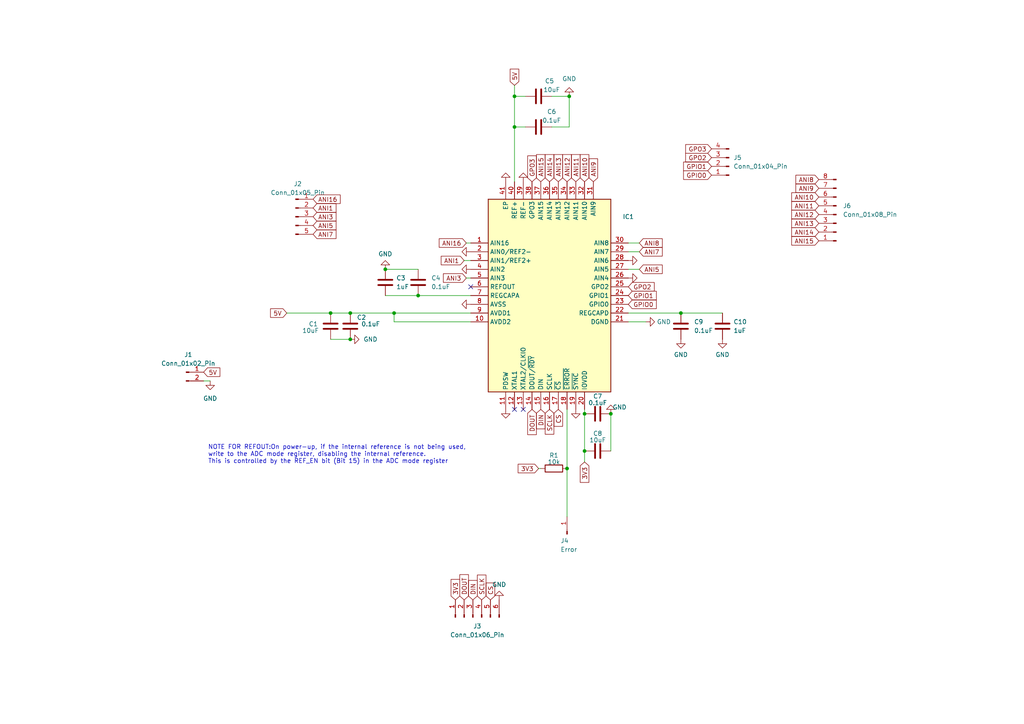
<source format=kicad_sch>
(kicad_sch (version 20230121) (generator eeschema)
  (paper "A4")
  (lib_symbols
    (symbol "21xt_symbols:AD7175-8BCPZ-RL7"
      (property "Reference" "IC" (at 41.91 17.78 0))
      (property "Value" "AD7175-8BCPZ-RL7" (at 41.91 15.24 0))
      (symbol "AD7175-8BCPZ-RL7_1_1"
        (rectangle (start 5.08 12.7) (end 40.64 -43.18) (stroke (width 0.254)) (fill (type background)))
        (pin passive line (at 0 0 0) (length 5.08) (name "AIN16") (number "1"))
        (pin passive line (at 0 -22.86 0) (length 5.08) (name "AVDD2") (number "10"))
        (pin passive line (at 10.16 -48.26 90) (length 5.08) (name "PDSW") (number "11"))
        (pin passive line (at 12.7 -48.26 90) (length 5.08) (name "XTAL1") (number "12"))
        (pin passive line (at 15.24 -48.26 90) (length 5.08) (name "XTAL2/CLKIO") (number "13"))
        (pin passive line (at 17.78 -48.26 90) (length 5.08) (name "DOUT/~{RDY}") (number "14"))
        (pin passive line (at 20.32 -48.26 90) (length 5.08) (name "DIN") (number "15"))
        (pin passive line (at 22.86 -48.26 90) (length 5.08) (name "SCLK") (number "16"))
        (pin passive line (at 25.4 -48.26 90) (length 5.08) (name "~{CS}") (number "17"))
        (pin passive line (at 27.94 -48.26 90) (length 5.08) (name "~{ERROR}") (number "18"))
        (pin passive line (at 30.48 -48.26 90) (length 5.08) (name "~{SYNC}") (number "19"))
        (pin passive line (at 0 -2.54 0) (length 5.08) (name "AIN0/REF2-") (number "2"))
        (pin passive line (at 33.02 -48.26 90) (length 5.08) (name "IOVDD") (number "20"))
        (pin passive line (at 45.72 -22.86 180) (length 5.08) (name "DGND") (number "21"))
        (pin passive line (at 45.72 -20.32 180) (length 5.08) (name "REGCAPD") (number "22"))
        (pin passive line (at 45.72 -17.78 180) (length 5.08) (name "GPIO0") (number "23"))
        (pin passive line (at 45.72 -15.24 180) (length 5.08) (name "GPIO1") (number "24"))
        (pin passive line (at 45.72 -12.7 180) (length 5.08) (name "GPO2") (number "25"))
        (pin passive line (at 45.72 -10.16 180) (length 5.08) (name "AIN4") (number "26"))
        (pin passive line (at 45.72 -7.62 180) (length 5.08) (name "AIN5") (number "27"))
        (pin passive line (at 45.72 -5.08 180) (length 5.08) (name "AIN6") (number "28"))
        (pin passive line (at 45.72 -2.54 180) (length 5.08) (name "AIN7") (number "29"))
        (pin passive line (at 0 -5.08 0) (length 5.08) (name "AIN1/REF2+") (number "3"))
        (pin passive line (at 45.72 0 180) (length 5.08) (name "AIN8") (number "30"))
        (pin passive line (at 35.56 17.78 270) (length 5.08) (name "AIN9") (number "31"))
        (pin passive line (at 33.02 17.78 270) (length 5.08) (name "AIN10") (number "32"))
        (pin passive line (at 30.48 17.78 270) (length 5.08) (name "AIN11") (number "33"))
        (pin passive line (at 27.94 17.78 270) (length 5.08) (name "AIN12") (number "34"))
        (pin passive line (at 25.4 17.78 270) (length 5.08) (name "AIN13") (number "35"))
        (pin passive line (at 22.86 17.78 270) (length 5.08) (name "AIN14") (number "36"))
        (pin passive line (at 20.32 17.78 270) (length 5.08) (name "AIN15") (number "37"))
        (pin passive line (at 17.78 17.78 270) (length 5.08) (name "GPO3") (number "38"))
        (pin passive line (at 15.24 17.78 270) (length 5.08) (name "REF-") (number "39"))
        (pin passive line (at 0 -7.62 0) (length 5.08) (name "AIN2") (number "4"))
        (pin passive line (at 12.7 17.78 270) (length 5.08) (name "REF+") (number "40"))
        (pin passive line (at 10.16 17.78 270) (length 5.08) (name "EP") (number "41"))
        (pin passive line (at 0 -10.16 0) (length 5.08) (name "AIN3") (number "5"))
        (pin passive line (at 0 -12.7 0) (length 5.08) (name "REFOUT") (number "6"))
        (pin passive line (at 0 -15.24 0) (length 5.08) (name "REGCAPA") (number "7"))
        (pin passive line (at 0 -17.78 0) (length 5.08) (name "AVSS") (number "8"))
        (pin passive line (at 0 -20.32 0) (length 5.08) (name "AVDD1") (number "9"))
      )
    )
    (symbol "Connector:Conn_01x01_Pin" (pin_names (offset 1.016) hide)
      (property "Reference" "J" (at 0 2.54 0))
      (property "Value" "Conn_01x01_Pin" (at 0 -2.54 0))
      (symbol "Conn_01x01_Pin_1_1"
        (polyline (pts (xy 1.27 0) (xy 0.8636 0)) (stroke (width 0.1524)))
        (rectangle (start 0.8636 0.127) (end 0 -0.127) (stroke (width 0.1524)) (fill (type outline)))
        (pin passive line (at 5.08 0 180) (length 3.81) (name "Pin_1") (number "1"))
      )
    )
    (symbol "Connector:Conn_01x02_Pin" (pin_names (offset 1.016) hide)
      (property "Reference" "J" (at 0 2.54 0))
      (property "Value" "Conn_01x02_Pin" (at 0 -5.08 0))
      (symbol "Conn_01x02_Pin_1_1"
        (polyline (pts (xy 1.27 -2.54) (xy 0.8636 -2.54)) (stroke (width 0.1524)))
        (polyline (pts (xy 1.27 0) (xy 0.8636 0)) (stroke (width 0.1524)))
        (rectangle (start 0.8636 -2.413) (end 0 -2.667) (stroke (width 0.1524)) (fill (type outline)))
        (rectangle (start 0.8636 0.127) (end 0 -0.127) (stroke (width 0.1524)) (fill (type outline)))
        (pin passive line (at 5.08 0 180) (length 3.81) (name "Pin_1") (number "1"))
        (pin passive line (at 5.08 -2.54 180) (length 3.81) (name "Pin_2") (number "2"))
      )
    )
    (symbol "Connector:Conn_01x04_Pin" (pin_names (offset 1.016) hide)
      (property "Reference" "J" (at 0 5.08 0))
      (property "Value" "Conn_01x04_Pin" (at 0 -7.62 0))
      (symbol "Conn_01x04_Pin_1_1"
        (polyline (pts (xy 1.27 -5.08) (xy 0.8636 -5.08)) (stroke (width 0.1524)))
        (polyline (pts (xy 1.27 -2.54) (xy 0.8636 -2.54)) (stroke (width 0.1524)))
        (polyline (pts (xy 1.27 0) (xy 0.8636 0)) (stroke (width 0.1524)))
        (polyline (pts (xy 1.27 2.54) (xy 0.8636 2.54)) (stroke (width 0.1524)))
        (rectangle (start 0.8636 -4.953) (end 0 -5.207) (stroke (width 0.1524)) (fill (type outline)))
        (rectangle (start 0.8636 -2.413) (end 0 -2.667) (stroke (width 0.1524)) (fill (type outline)))
        (rectangle (start 0.8636 0.127) (end 0 -0.127) (stroke (width 0.1524)) (fill (type outline)))
        (rectangle (start 0.8636 2.667) (end 0 2.413) (stroke (width 0.1524)) (fill (type outline)))
        (pin passive line (at 5.08 2.54 180) (length 3.81) (name "Pin_1") (number "1"))
        (pin passive line (at 5.08 0 180) (length 3.81) (name "Pin_2") (number "2"))
        (pin passive line (at 5.08 -2.54 180) (length 3.81) (name "Pin_3") (number "3"))
        (pin passive line (at 5.08 -5.08 180) (length 3.81) (name "Pin_4") (number "4"))
      )
    )
    (symbol "Connector:Conn_01x05_Pin" (pin_names (offset 1.016) hide)
      (property "Reference" "J" (at 0 7.62 0))
      (property "Value" "Conn_01x05_Pin" (at 0 -7.62 0))
      (symbol "Conn_01x05_Pin_1_1"
        (polyline (pts (xy 1.27 -5.08) (xy 0.8636 -5.08)) (stroke (width 0.1524)))
        (polyline (pts (xy 1.27 -2.54) (xy 0.8636 -2.54)) (stroke (width 0.1524)))
        (polyline (pts (xy 1.27 0) (xy 0.8636 0)) (stroke (width 0.1524)))
        (polyline (pts (xy 1.27 2.54) (xy 0.8636 2.54)) (stroke (width 0.1524)))
        (polyline (pts (xy 1.27 5.08) (xy 0.8636 5.08)) (stroke (width 0.1524)))
        (rectangle (start 0.8636 -4.953) (end 0 -5.207) (stroke (width 0.1524)) (fill (type outline)))
        (rectangle (start 0.8636 -2.413) (end 0 -2.667) (stroke (width 0.1524)) (fill (type outline)))
        (rectangle (start 0.8636 0.127) (end 0 -0.127) (stroke (width 0.1524)) (fill (type outline)))
        (rectangle (start 0.8636 2.667) (end 0 2.413) (stroke (width 0.1524)) (fill (type outline)))
        (rectangle (start 0.8636 5.207) (end 0 4.953) (stroke (width 0.1524)) (fill (type outline)))
        (pin passive line (at 5.08 5.08 180) (length 3.81) (name "Pin_1") (number "1"))
        (pin passive line (at 5.08 2.54 180) (length 3.81) (name "Pin_2") (number "2"))
        (pin passive line (at 5.08 0 180) (length 3.81) (name "Pin_3") (number "3"))
        (pin passive line (at 5.08 -2.54 180) (length 3.81) (name "Pin_4") (number "4"))
        (pin passive line (at 5.08 -5.08 180) (length 3.81) (name "Pin_5") (number "5"))
      )
    )
    (symbol "Connector:Conn_01x06_Pin" (pin_names (offset 1.016) hide)
      (property "Reference" "J" (at 0 7.62 0))
      (property "Value" "Conn_01x06_Pin" (at 0 -10.16 0))
      (symbol "Conn_01x06_Pin_1_1"
        (polyline (pts (xy 1.27 -7.62) (xy 0.8636 -7.62)) (stroke (width 0.1524)))
        (polyline (pts (xy 1.27 -5.08) (xy 0.8636 -5.08)) (stroke (width 0.1524)))
        (polyline (pts (xy 1.27 -2.54) (xy 0.8636 -2.54)) (stroke (width 0.1524)))
        (polyline (pts (xy 1.27 0) (xy 0.8636 0)) (stroke (width 0.1524)))
        (polyline (pts (xy 1.27 2.54) (xy 0.8636 2.54)) (stroke (width 0.1524)))
        (polyline (pts (xy 1.27 5.08) (xy 0.8636 5.08)) (stroke (width 0.1524)))
        (rectangle (start 0.8636 -7.493) (end 0 -7.747) (stroke (width 0.1524)) (fill (type outline)))
        (rectangle (start 0.8636 -4.953) (end 0 -5.207) (stroke (width 0.1524)) (fill (type outline)))
        (rectangle (start 0.8636 -2.413) (end 0 -2.667) (stroke (width 0.1524)) (fill (type outline)))
        (rectangle (start 0.8636 0.127) (end 0 -0.127) (stroke (width 0.1524)) (fill (type outline)))
        (rectangle (start 0.8636 2.667) (end 0 2.413) (stroke (width 0.1524)) (fill (type outline)))
        (rectangle (start 0.8636 5.207) (end 0 4.953) (stroke (width 0.1524)) (fill (type outline)))
        (pin passive line (at 5.08 5.08 180) (length 3.81) (name "Pin_1") (number "1"))
        (pin passive line (at 5.08 2.54 180) (length 3.81) (name "Pin_2") (number "2"))
        (pin passive line (at 5.08 0 180) (length 3.81) (name "Pin_3") (number "3"))
        (pin passive line (at 5.08 -2.54 180) (length 3.81) (name "Pin_4") (number "4"))
        (pin passive line (at 5.08 -5.08 180) (length 3.81) (name "Pin_5") (number "5"))
        (pin passive line (at 5.08 -7.62 180) (length 3.81) (name "Pin_6") (number "6"))
      )
    )
    (symbol "Connector:Conn_01x08_Pin" (pin_names (offset 1.016) hide)
      (property "Reference" "J" (at 0 10.16 0))
      (property "Value" "Conn_01x08_Pin" (at 0 -12.7 0))
      (symbol "Conn_01x08_Pin_1_1"
        (polyline (pts (xy 1.27 -10.16) (xy 0.8636 -10.16)) (stroke (width 0.1524)))
        (polyline (pts (xy 1.27 -7.62) (xy 0.8636 -7.62)) (stroke (width 0.1524)))
        (polyline (pts (xy 1.27 -5.08) (xy 0.8636 -5.08)) (stroke (width 0.1524)))
        (polyline (pts (xy 1.27 -2.54) (xy 0.8636 -2.54)) (stroke (width 0.1524)))
        (polyline (pts (xy 1.27 0) (xy 0.8636 0)) (stroke (width 0.1524)))
        (polyline (pts (xy 1.27 2.54) (xy 0.8636 2.54)) (stroke (width 0.1524)))
        (polyline (pts (xy 1.27 5.08) (xy 0.8636 5.08)) (stroke (width 0.1524)))
        (polyline (pts (xy 1.27 7.62) (xy 0.8636 7.62)) (stroke (width 0.1524)))
        (rectangle (start 0.8636 -10.033) (end 0 -10.287) (stroke (width 0.1524)) (fill (type outline)))
        (rectangle (start 0.8636 -7.493) (end 0 -7.747) (stroke (width 0.1524)) (fill (type outline)))
        (rectangle (start 0.8636 -4.953) (end 0 -5.207) (stroke (width 0.1524)) (fill (type outline)))
        (rectangle (start 0.8636 -2.413) (end 0 -2.667) (stroke (width 0.1524)) (fill (type outline)))
        (rectangle (start 0.8636 0.127) (end 0 -0.127) (stroke (width 0.1524)) (fill (type outline)))
        (rectangle (start 0.8636 2.667) (end 0 2.413) (stroke (width 0.1524)) (fill (type outline)))
        (rectangle (start 0.8636 5.207) (end 0 4.953) (stroke (width 0.1524)) (fill (type outline)))
        (rectangle (start 0.8636 7.747) (end 0 7.493) (stroke (width 0.1524)) (fill (type outline)))
        (pin passive line (at 5.08 7.62 180) (length 3.81) (name "Pin_1") (number "1"))
        (pin passive line (at 5.08 5.08 180) (length 3.81) (name "Pin_2") (number "2"))
        (pin passive line (at 5.08 2.54 180) (length 3.81) (name "Pin_3") (number "3"))
        (pin passive line (at 5.08 0 180) (length 3.81) (name "Pin_4") (number "4"))
        (pin passive line (at 5.08 -2.54 180) (length 3.81) (name "Pin_5") (number "5"))
        (pin passive line (at 5.08 -5.08 180) (length 3.81) (name "Pin_6") (number "6"))
        (pin passive line (at 5.08 -7.62 180) (length 3.81) (name "Pin_7") (number "7"))
        (pin passive line (at 5.08 -10.16 180) (length 3.81) (name "Pin_8") (number "8"))
      )
    )
    (symbol "Device:C" (pin_numbers hide) (pin_names (offset 0.254))
      (property "Reference" "C" (at 0.635 2.54 0))
      (property "Value" "C" (at 0.635 -2.54 0))
      (symbol "C_0_1"
        (polyline (pts (xy -2.032 -0.762) (xy 2.032 -0.762)) (stroke (width 0.508)))
        (polyline (pts (xy -2.032 0.762) (xy 2.032 0.762)) (stroke (width 0.508)))
      )
      (symbol "C_1_1"
        (pin passive line (at 0 3.81 270) (length 2.794) (name "~") (number "1"))
        (pin passive line (at 0 -3.81 90) (length 2.794) (name "~") (number "2"))
      )
    )
    (symbol "Device:R" (pin_numbers hide) (pin_names (offset 0))
      (property "Reference" "R" (at 2.032 0 90))
      (property "Value" "R" (at 0 0 90))
      (symbol "R_0_1"
        (rectangle (start -1.016 -2.54) (end 1.016 2.54) (stroke (width 0.254)))
      )
      (symbol "R_1_1"
        (pin passive line (at 0 3.81 270) (length 1.27) (name "~") (number "1"))
        (pin passive line (at 0 -3.81 90) (length 1.27) (name "~") (number "2"))
      )
    )
    (symbol "power:GND" (power) (pin_names (offset 0))
      (property "Value" "GND" (at 0 -3.81 0))
      (symbol "GND_0_1"
        (polyline (pts (xy 0 0) (xy 0 -1.27) (xy 1.27 -1.27) (xy 0 -2.54) (xy -1.27 -1.27) (xy 0 -1.27)))
      )
      (symbol "GND_1_1"
        (pin power_in line (at 0 0 270) (length 0) hide (name "GND") (number "1"))
      )
    )
  )
  (junction (at 95.885 90.805))
  (junction (at 169.545 130.81))
  (junction (at 164.465 135.89))
  (junction (at 149.225 27.94))
  (junction (at 165.1 27.94))
  (junction (at 197.485 90.805))
  (junction (at 114.3 90.805))
  (junction (at 177.165 120.015))
  (junction (at 121.285 85.725))
  (junction (at 101.6 90.805))
  (junction (at 111.76 78.105))
  (junction (at 169.545 120.015))
  (junction (at 149.225 36.83))
  (junction (at 101.6 98.425))
  (no_connect (at 136.525 83.185))
  (no_connect (at 149.225 118.745))
  (no_connect (at 151.765 118.745))
  (wire (pts (xy 169.545 130.81) (xy 169.545 133.985)))
  (wire (pts (xy 111.76 78.105) (xy 121.285 78.105)))
  (wire (pts (xy 149.225 36.83) (xy 149.225 27.94)))
  (wire (pts (xy 185.42 78.105) (xy 182.245 78.105)))
  (wire (pts (xy 169.545 120.015) (xy 169.545 130.81)))
  (wire (pts (xy 83.185 90.805) (xy 95.885 90.805)))
  (wire (pts (xy 59.055 110.49) (xy 60.96 110.49)))
  (wire (pts (xy 160.02 36.83) (xy 165.1 36.83)))
  (wire (pts (xy 114.3 90.805) (xy 136.525 90.805)))
  (wire (pts (xy 165.1 36.83) (xy 165.1 27.94)))
  (wire (pts (xy 182.245 90.805) (xy 197.485 90.805)))
  (wire (pts (xy 165.1 27.94) (xy 160.02 27.94)))
  (wire (pts (xy 169.545 118.745) (xy 169.545 120.015)))
  (wire (pts (xy 111.76 85.725) (xy 121.285 85.725)))
  (wire (pts (xy 121.285 85.725) (xy 136.525 85.725)))
  (wire (pts (xy 134.62 75.565) (xy 136.525 75.565)))
  (wire (pts (xy 156.21 135.89) (xy 156.845 135.89)))
  (wire (pts (xy 149.225 27.94) (xy 149.225 24.765)))
  (wire (pts (xy 95.885 98.425) (xy 101.6 98.425)))
  (wire (pts (xy 164.465 135.89) (xy 164.465 149.86)))
  (wire (pts (xy 135.255 70.485) (xy 136.525 70.485)))
  (wire (pts (xy 177.165 120.015) (xy 177.165 130.81)))
  (wire (pts (xy 149.225 52.705) (xy 149.225 36.83)))
  (wire (pts (xy 185.42 73.025) (xy 182.245 73.025)))
  (wire (pts (xy 149.225 27.94) (xy 152.4 27.94)))
  (wire (pts (xy 114.3 93.345) (xy 136.525 93.345)))
  (wire (pts (xy 101.6 90.805) (xy 114.3 90.805)))
  (wire (pts (xy 149.225 36.83) (xy 152.4 36.83)))
  (wire (pts (xy 164.465 118.745) (xy 164.465 135.89)))
  (wire (pts (xy 197.485 90.805) (xy 209.55 90.805)))
  (wire (pts (xy 185.42 70.485) (xy 182.245 70.485)))
  (wire (pts (xy 114.3 93.345) (xy 114.3 90.805)))
  (wire (pts (xy 95.885 90.805) (xy 101.6 90.805)))
  (wire (pts (xy 182.245 93.345) (xy 187.325 93.345)))
  (wire (pts (xy 135.255 80.645) (xy 136.525 80.645)))
  (text "NOTE FOR REFOUT:On power-up, if the internal reference is not being used, \nwrite to the ADC mode register, disabling the internal reference. \nThis is controlled by the REF_EN bit (Bit 15) in the ADC mode register" (at 60.325 134.62 0) (effects (font (size 1.27 1.27)) (justify left bottom)))
  (global_label "ANI12" (shape input) (at 164.465 52.705 90) (property "Intersheetrefs" "${INTERSHEET_REFS}" (effects hide)))
  (global_label "ANI5" (shape input) (at 90.805 65.405 0) (property "Intersheetrefs" "${INTERSHEET_REFS}" (effects hide)))
  (global_label "ANI7" (shape input) (at 185.42 73.025 0) (property "Intersheetrefs" "${INTERSHEET_REFS}" (effects hide)))
  (global_label "ANI10" (shape input) (at 169.545 52.705 90) (property "Intersheetrefs" "${INTERSHEET_REFS}" (effects hide)))
  (global_label "ANI15" (shape input) (at 156.845 52.705 90) (property "Intersheetrefs" "${INTERSHEET_REFS}" (effects hide)))
  (global_label "GPO3" (shape input) (at 154.305 52.705 90) (property "Intersheetrefs" "${INTERSHEET_REFS}" (effects hide)))
  (global_label "CS" (shape input) (at 161.925 118.745 270) (property "Intersheetrefs" "${INTERSHEET_REFS}" (effects hide)))
  (global_label "ANI14" (shape input) (at 237.49 67.31 180) (property "Intersheetrefs" "${INTERSHEET_REFS}" (effects hide)))
  (global_label "3V3" (shape input) (at 132.08 173.99 90) (property "Intersheetrefs" "${INTERSHEET_REFS}" (effects hide)))
  (global_label "ANI1" (shape input) (at 90.805 60.325 0) (property "Intersheetrefs" "${INTERSHEET_REFS}" (effects hide)))
  (global_label "ANI3" (shape input) (at 135.255 80.645 180) (property "Intersheetrefs" "${INTERSHEET_REFS}" (effects hide)))
  (global_label "DIN" (shape input) (at 137.16 173.99 90) (property "Intersheetrefs" "${INTERSHEET_REFS}" (effects hide)))
  (global_label "5V" (shape input) (at 149.225 24.765 90) (property "Intersheetrefs" "${INTERSHEET_REFS}" (effects hide)))
  (global_label "ANI10" (shape input) (at 237.49 57.15 180) (property "Intersheetrefs" "${INTERSHEET_REFS}" (effects hide)))
  (global_label "GPO2" (shape input) (at 206.375 45.72 180) (property "Intersheetrefs" "${INTERSHEET_REFS}" (effects hide)))
  (global_label "ANI15" (shape input) (at 237.49 69.85 180) (property "Intersheetrefs" "${INTERSHEET_REFS}" (effects hide)))
  (global_label "GPIO1" (shape input) (at 182.245 85.725 0) (property "Intersheetrefs" "${INTERSHEET_REFS}" (effects hide)))
  (global_label "3V3" (shape input) (at 156.21 135.89 180) (property "Intersheetrefs" "${INTERSHEET_REFS}" (effects hide)))
  (global_label "ANI13" (shape input) (at 161.925 52.705 90) (property "Intersheetrefs" "${INTERSHEET_REFS}" (effects hide)))
  (global_label "3V3" (shape input) (at 169.545 133.985 270) (property "Intersheetrefs" "${INTERSHEET_REFS}" (effects hide)))
  (global_label "CS" (shape input) (at 142.24 173.99 90) (property "Intersheetrefs" "${INTERSHEET_REFS}" (effects hide)))
  (global_label "SCLK" (shape input) (at 139.7 173.99 90) (property "Intersheetrefs" "${INTERSHEET_REFS}" (effects hide)))
  (global_label "GPIO0" (shape input) (at 206.375 50.8 180) (property "Intersheetrefs" "${INTERSHEET_REFS}" (effects hide)))
  (global_label "ANI7" (shape input) (at 90.805 67.945 0) (property "Intersheetrefs" "${INTERSHEET_REFS}" (effects hide)))
  (global_label "ANI1" (shape input) (at 134.62 75.565 180) (property "Intersheetrefs" "${INTERSHEET_REFS}" (effects hide)))
  (global_label "GPIO0" (shape input) (at 182.245 88.265 0) (property "Intersheetrefs" "${INTERSHEET_REFS}" (effects hide)))
  (global_label "ANI9" (shape input) (at 237.49 54.61 180) (property "Intersheetrefs" "${INTERSHEET_REFS}" (effects hide)))
  (global_label "ANI14" (shape input) (at 159.385 52.705 90) (property "Intersheetrefs" "${INTERSHEET_REFS}" (effects hide)))
  (global_label "DOUT" (shape input) (at 154.305 118.745 270) (property "Intersheetrefs" "${INTERSHEET_REFS}" (effects hide)))
  (global_label "ANI16" (shape input) (at 90.805 57.785 0) (property "Intersheetrefs" "${INTERSHEET_REFS}" (effects hide)))
  (global_label "ANI5" (shape input) (at 185.42 78.105 0) (property "Intersheetrefs" "${INTERSHEET_REFS}" (effects hide)))
  (global_label "GPO2" (shape input) (at 182.245 83.185 0) (property "Intersheetrefs" "${INTERSHEET_REFS}" (effects hide)))
  (global_label "5V" (shape input) (at 83.185 90.805 180) (property "Intersheetrefs" "${INTERSHEET_REFS}" (effects hide)))
  (global_label "DOUT" (shape input) (at 134.62 173.99 90) (property "Intersheetrefs" "${INTERSHEET_REFS}" (effects hide)))
  (global_label "ANI12" (shape input) (at 237.49 62.23 180) (property "Intersheetrefs" "${INTERSHEET_REFS}" (effects hide)))
  (global_label "ANI8" (shape input) (at 237.49 52.07 180) (property "Intersheetrefs" "${INTERSHEET_REFS}" (effects hide)))
  (global_label "ANI9" (shape input) (at 172.085 52.705 90) (property "Intersheetrefs" "${INTERSHEET_REFS}" (effects hide)))
  (global_label "GPO3" (shape input) (at 206.375 43.18 180) (property "Intersheetrefs" "${INTERSHEET_REFS}" (effects hide)))
  (global_label "5V" (shape input) (at 59.055 107.95 0) (property "Intersheetrefs" "${INTERSHEET_REFS}" (effects hide)))
  (global_label "SCLK" (shape input) (at 159.385 118.745 270) (property "Intersheetrefs" "${INTERSHEET_REFS}" (effects hide)))
  (global_label "ANI8" (shape input) (at 185.42 70.485 0) (property "Intersheetrefs" "${INTERSHEET_REFS}" (effects hide)))
  (global_label "ANI16" (shape input) (at 135.255 70.485 180) (property "Intersheetrefs" "${INTERSHEET_REFS}" (effects hide)))
  (global_label "ANI11" (shape input) (at 167.005 52.705 90) (property "Intersheetrefs" "${INTERSHEET_REFS}" (effects hide)))
  (global_label "DIN" (shape input) (at 156.845 118.745 270) (property "Intersheetrefs" "${INTERSHEET_REFS}" (effects hide)))
  (global_label "ANI11" (shape input) (at 237.49 59.69 180) (property "Intersheetrefs" "${INTERSHEET_REFS}" (effects hide)))
  (global_label "ANI3" (shape input) (at 90.805 62.865 0) (property "Intersheetrefs" "${INTERSHEET_REFS}" (effects hide)))
  (global_label "GPIO1" (shape input) (at 206.375 48.26 180) (property "Intersheetrefs" "${INTERSHEET_REFS}" (effects hide)))
  (global_label "ANI13" (shape input) (at 237.49 64.77 180) (property "Intersheetrefs" "${INTERSHEET_REFS}" (effects hide)))
  (symbol (lib_id "Connector:Conn_01x01_Pin") (at 164.465 154.94 90) (unit 1)
    (property "Reference" "J4" (at 162.56 156.845 90) (effects (justify right)))
    (property "Value" "Error" (at 162.56 159.385 90) (effects (justify right)))
    (property "Footprint" "Connector_PinHeader_2.54mm:PinHeader_1x01_P2.54mm_Vertical" (effects hide))
  )
  (symbol (lib_id "power:GND") (at 144.78 173.99 180) (unit 1)
    (property "Reference" "#PWR07" (effects hide))
    (property "Value" "GND" (at 144.78 169.545 0))
  )
  (symbol (lib_id "power:GND") (at 101.6 98.425 90) (unit 1)
    (property "Reference" "#PWR02" (effects hide))
    (property "Value" "GND" (at 105.41 98.425 90) (effects (justify right)))
  )
  (symbol (lib_id "Connector:Conn_01x05_Pin") (at 85.725 62.865 0) (unit 1)
    (property "Reference" "J2" (at 86.36 53.34 0))
    (property "Value" "Conn_01x05_Pin" (at 86.36 55.88 0))
    (property "Footprint" "Connector_PinHeader_2.54mm:PinHeader_1x05_P2.54mm_Vertical" (effects hide))
  )
  (symbol (lib_id "power:GND") (at 136.525 88.265 270) (unit 1)
    (property "Reference" "#PWR06" (effects hide))
    (property "Value" "GND" (effects hide))
  )
  (symbol (lib_id "Connector:Conn_01x02_Pin") (at 53.975 107.95 0) (unit 1)
    (property "Reference" "J1" (at 54.61 102.87 0))
    (property "Value" "Conn_01x02_Pin" (at 54.61 105.41 0))
    (property "Footprint" "Connector_PinHeader_2.54mm:PinHeader_1x02_P2.54mm_Vertical" (effects hide))
  )
  (symbol (lib_id "Device:C") (at 156.21 36.83 90) (unit 1)
    (property "Reference" "C6" (at 160.02 32.385 90))
    (property "Value" "0.1uF" (at 160.02 34.925 90))
    (property "Footprint" "Capacitor_SMD:C_0603_1608Metric" (effects hide))
  )
  (symbol (lib_id "Connector:Conn_01x08_Pin") (at 242.57 62.23 180) (unit 1)
    (property "Reference" "J6" (at 244.475 59.69 0) (effects (justify right)))
    (property "Value" "Conn_01x08_Pin" (at 244.475 62.23 0) (effects (justify right)))
    (property "Footprint" "Connector_PinHeader_2.54mm:PinHeader_1x08_P2.54mm_Vertical" (effects hide))
  )
  (symbol (lib_id "Device:C") (at 173.355 120.015 90) (unit 1)
    (property "Reference" "C7" (at 173.355 114.935 90))
    (property "Value" "0.1uF" (at 173.355 116.84 90))
    (property "Footprint" "Capacitor_SMD:C_0603_1608Metric" (effects hide))
  )
  (symbol (lib_id "power:GND") (at 136.525 73.025 270) (unit 1)
    (property "Reference" "#PWR04" (effects hide))
    (property "Value" "GND" (effects hide))
  )
  (symbol (lib_id "power:GND") (at 209.55 98.425 0) (unit 1)
    (property "Reference" "#PWR018" (effects hide))
    (property "Value" "GND" (at 209.55 102.87 0))
  )
  (symbol (lib_id "power:GND") (at 182.245 75.565 90) (unit 1)
    (property "Reference" "#PWR014" (effects hide))
    (property "Value" "GND" (effects hide))
  )
  (symbol (lib_id "power:GND") (at 111.76 78.105 180) (unit 1)
    (property "Reference" "#PWR03" (effects hide))
    (property "Value" "GND" (at 111.76 73.66 0))
  )
  (symbol (lib_id "Device:C") (at 173.355 130.81 90) (unit 1)
    (property "Reference" "C8" (at 173.355 125.73 90))
    (property "Value" "10uF" (at 173.355 127.635 90))
    (property "Footprint" "Capacitor_SMD:C_0603_1608Metric" (effects hide))
  )
  (symbol (lib_id "Device:C") (at 121.285 81.915 0) (unit 1)
    (property "Reference" "C4" (at 125.095 80.645 0) (effects (justify left)))
    (property "Value" "0.1uF" (at 125.095 83.185 0) (effects (justify left)))
    (property "Footprint" "Capacitor_SMD:C_0603_1608Metric" (effects hide))
  )
  (symbol (lib_id "21xt_symbols:AD7175-8BCPZ-RL7") (at 136.525 70.485 0) (unit 1)
    (property "Reference" "IC1" (at 182.245 62.865 0))
    (property "Value" "AD7175-8BCPZ-RL7" (effects hide))
    (property "Footprint" "21xt_footprints:QFN50P600X600X80-41N-D" (effects hide))
    (property "Datasheet" "https://componentsearchengine.com/Datasheets/2/AD7175-8BCPZ-RL7.pdf" (effects hide))
    (property "Height" "0.8" (effects hide))
    (property "Mouser Part Number" "584-AD7175-8BCPZ-RL7" (effects hide))
    (property "Mouser Price/Stock" "https://www.mouser.co.uk/ProductDetail/Analog-Devices/AD7175-8BCPZ-RL7?qs=JeIcUl65ClCxXjl02vXI6Q%3D%3D" (effects hide))
    (property "Manufacturer_Name" "Analog Devices" (effects hide))
    (property "Manufacturer_Part_Number" "AD7175-8BCPZ-RL7" (effects hide))
  )
  (symbol (lib_id "power:GND") (at 177.165 120.015 180) (unit 1)
    (property "Reference" "#PWR013" (effects hide))
    (property "Value" "GND" (at 179.705 118.11 0))
  )
  (symbol (lib_id "power:GND") (at 197.485 98.425 0) (unit 1)
    (property "Reference" "#PWR017" (effects hide))
    (property "Value" "GND" (at 197.485 102.87 0))
  )
  (symbol (lib_id "power:GND") (at 60.96 110.49 0) (unit 1)
    (property "Reference" "#PWR01" (effects hide))
    (property "Value" "GND" (at 60.96 115.57 0))
  )
  (symbol (lib_id "Device:R") (at 160.655 135.89 90) (unit 1)
    (property "Reference" "R1" (at 160.655 132.08 90))
    (property "Value" "10k" (at 160.655 133.985 90))
    (property "Footprint" "Resistor_SMD:R_0603_1608Metric" (effects hide))
  )
  (symbol (lib_id "power:GND") (at 146.685 52.705 180) (unit 1)
    (property "Reference" "#PWR08" (effects hide))
    (property "Value" "GND" (effects hide))
  )
  (symbol (lib_id "Device:C") (at 197.485 94.615 0) (unit 1)
    (property "Reference" "C9" (at 201.295 93.345 0) (effects (justify left)))
    (property "Value" "0.1uF" (at 201.295 95.885 0) (effects (justify left)))
    (property "Footprint" "Capacitor_SMD:C_0603_1608Metric" (effects hide))
  )
  (symbol (lib_id "power:GND") (at 146.685 118.745 0) (unit 1)
    (property "Reference" "#PWR09" (effects hide))
    (property "Value" "GND" (effects hide))
  )
  (symbol (lib_id "power:GND") (at 136.525 78.105 270) (unit 1)
    (property "Reference" "#PWR05" (effects hide))
    (property "Value" "GND" (effects hide))
  )
  (symbol (lib_id "Device:C") (at 95.885 94.615 0) (unit 1)
    (property "Reference" "C1" (at 89.535 93.98 0) (effects (justify left)))
    (property "Value" "10uF" (at 87.63 95.885 0) (effects (justify left)))
    (property "Footprint" "Capacitor_SMD:C_0603_1608Metric" (effects hide))
  )
  (symbol (lib_id "Device:C") (at 111.76 81.915 0) (unit 1)
    (property "Reference" "C3" (at 114.935 80.645 0) (effects (justify left)))
    (property "Value" "1uF" (at 114.935 83.185 0) (effects (justify left)))
    (property "Footprint" "Capacitor_SMD:C_0603_1608Metric" (effects hide))
  )
  (symbol (lib_id "power:GND") (at 187.325 93.345 90) (unit 1)
    (property "Reference" "#PWR016" (effects hide))
    (property "Value" "GND" (at 190.5 93.345 90) (effects (justify right)))
  )
  (symbol (lib_id "Device:C") (at 156.21 27.94 90) (unit 1)
    (property "Reference" "C5" (at 159.385 23.495 90))
    (property "Value" "10uF" (at 160.02 26.035 90))
    (property "Footprint" "Capacitor_SMD:C_0603_1608Metric" (effects hide))
  )
  (symbol (lib_id "Device:C") (at 101.6 94.615 0) (unit 1)
    (property "Reference" "C2" (at 103.505 92.075 0) (effects (justify left)))
    (property "Value" "0.1uF" (at 104.775 93.98 0) (effects (justify left)))
    (property "Footprint" "Capacitor_SMD:C_0603_1608Metric" (effects hide))
  )
  (symbol (lib_id "power:GND") (at 182.245 80.645 90) (unit 1)
    (property "Reference" "#PWR015" (effects hide))
    (property "Value" "GND" (effects hide))
  )
  (symbol (lib_id "Device:C") (at 209.55 94.615 0) (unit 1)
    (property "Reference" "C10" (at 212.725 93.345 0) (effects (justify left)))
    (property "Value" "1uF" (at 212.725 95.885 0) (effects (justify left)))
    (property "Footprint" "Capacitor_SMD:C_0603_1608Metric" (effects hide))
  )
  (symbol (lib_id "power:GND") (at 167.005 118.745 0) (unit 1)
    (property "Reference" "#PWR012" (effects hide))
    (property "Value" "GND" (effects hide))
  )
  (symbol (lib_id "power:GND") (at 165.1 27.94 180) (unit 1)
    (property "Reference" "#PWR011" (effects hide))
    (property "Value" "GND" (at 165.1 22.86 0))
  )
  (symbol (lib_id "Connector:Conn_01x06_Pin") (at 137.16 179.07 90) (unit 1)
    (property "Reference" "J3" (at 138.43 181.61 90))
    (property "Value" "Conn_01x06_Pin" (at 138.43 184.15 90))
    (property "Footprint" "Connector_PinHeader_2.54mm:PinHeader_1x06_P2.54mm_Vertical" (effects hide))
  )
  (symbol (lib_id "Connector:Conn_01x04_Pin") (at 211.455 48.26 180) (unit 1)
    (property "Reference" "J5" (at 212.725 45.72 0) (effects (justify right)))
    (property "Value" "Conn_01x04_Pin" (at 212.725 48.26 0) (effects (justify right)))
    (property "Footprint" "Connector_PinHeader_2.54mm:PinHeader_1x04_P2.54mm_Vertical" (effects hide))
  )
  (symbol (lib_id "power:GND") (at 151.765 52.705 180) (unit 1)
    (property "Reference" "#PWR010" (effects hide))
    (property "Value" "GND" (effects hide))
  )
)
</source>
